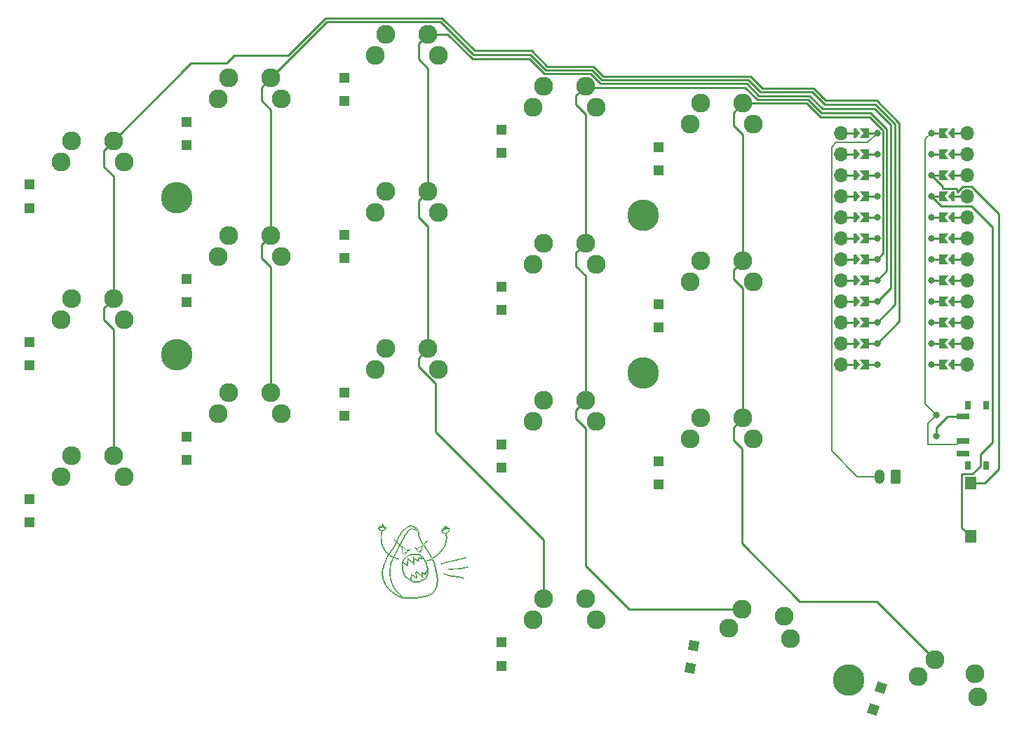
<source format=gbr>
%TF.GenerationSoftware,KiCad,Pcbnew,8.0.3*%
%TF.CreationDate,2024-07-17T09:05:20+02:00*%
%TF.ProjectId,avocado,61766f63-6164-46f2-9e6b-696361645f70,rev?*%
%TF.SameCoordinates,Original*%
%TF.FileFunction,Copper,L2,Bot*%
%TF.FilePolarity,Positive*%
%FSLAX46Y46*%
G04 Gerber Fmt 4.6, Leading zero omitted, Abs format (unit mm)*
G04 Created by KiCad (PCBNEW 8.0.3) date 2024-07-17 09:05:20*
%MOMM*%
%LPD*%
G01*
G04 APERTURE LIST*
G04 Aperture macros list*
%AMRoundRect*
0 Rectangle with rounded corners*
0 $1 Rounding radius*
0 $2 $3 $4 $5 $6 $7 $8 $9 X,Y pos of 4 corners*
0 Add a 4 corners polygon primitive as box body*
4,1,4,$2,$3,$4,$5,$6,$7,$8,$9,$2,$3,0*
0 Add four circle primitives for the rounded corners*
1,1,$1+$1,$2,$3*
1,1,$1+$1,$4,$5*
1,1,$1+$1,$6,$7*
1,1,$1+$1,$8,$9*
0 Add four rect primitives between the rounded corners*
20,1,$1+$1,$2,$3,$4,$5,0*
20,1,$1+$1,$4,$5,$6,$7,0*
20,1,$1+$1,$6,$7,$8,$9,0*
20,1,$1+$1,$8,$9,$2,$3,0*%
%AMRotRect*
0 Rectangle, with rotation*
0 The origin of the aperture is its center*
0 $1 length*
0 $2 width*
0 $3 Rotation angle, in degrees counterclockwise*
0 Add horizontal line*
21,1,$1,$2,0,0,$3*%
%AMFreePoly0*
4,1,6,0.250000,0.000000,-0.250000,-0.625000,-0.500000,-0.625000,-0.500000,0.625000,-0.250000,0.625000,0.250000,0.000000,0.250000,0.000000,$1*%
%AMFreePoly1*
4,1,6,0.500000,-0.625000,-0.650000,-0.625000,-0.150000,0.000000,-0.650000,0.625000,0.500000,0.625000,0.500000,-0.625000,0.500000,-0.625000,$1*%
G04 Aperture macros list end*
%TA.AperFunction,NonConductor*%
%ADD10C,0.100000*%
%TD*%
%TA.AperFunction,ComponentPad*%
%ADD11R,1.200000X1.200000*%
%TD*%
%TA.AperFunction,ComponentPad*%
%ADD12RotRect,1.200000X1.200000X80.500000*%
%TD*%
%TA.AperFunction,ComponentPad*%
%ADD13RotRect,1.200000X1.200000X71.000000*%
%TD*%
%TA.AperFunction,ComponentPad*%
%ADD14C,2.286000*%
%TD*%
%TA.AperFunction,ComponentPad*%
%ADD15O,1.700000X1.700000*%
%TD*%
%TA.AperFunction,ComponentPad*%
%ADD16C,0.800000*%
%TD*%
%TA.AperFunction,SMDPad,CuDef*%
%ADD17FreePoly0,0.000000*%
%TD*%
%TA.AperFunction,SMDPad,CuDef*%
%ADD18FreePoly1,0.000000*%
%TD*%
%TA.AperFunction,SMDPad,CuDef*%
%ADD19FreePoly0,180.000000*%
%TD*%
%TA.AperFunction,SMDPad,CuDef*%
%ADD20FreePoly1,180.000000*%
%TD*%
%TA.AperFunction,ComponentPad*%
%ADD21RoundRect,0.250000X0.350000X0.625000X-0.350000X0.625000X-0.350000X-0.625000X0.350000X-0.625000X0*%
%TD*%
%TA.AperFunction,ComponentPad*%
%ADD22O,1.200000X1.750000*%
%TD*%
%TA.AperFunction,SMDPad,CuDef*%
%ADD23R,1.500000X0.700000*%
%TD*%
%TA.AperFunction,SMDPad,CuDef*%
%ADD24R,0.800000X1.000000*%
%TD*%
%TA.AperFunction,ComponentPad*%
%ADD25R,1.400000X1.500000*%
%TD*%
%TA.AperFunction,ComponentPad*%
%ADD26C,3.800000*%
%TD*%
%TA.AperFunction,ViaPad*%
%ADD27C,0.800000*%
%TD*%
%TA.AperFunction,Conductor*%
%ADD28C,0.250000*%
%TD*%
%TA.AperFunction,Conductor*%
%ADD29C,0.200000*%
%TD*%
G04 APERTURE END LIST*
D10*
X62160000Y-79707228D02*
X62160000Y-79807251D01*
X62150959Y-79906165D01*
X62242330Y-79884133D01*
X62335674Y-79907256D01*
X62342135Y-79999644D01*
X62441419Y-79990491D01*
X62520532Y-80044099D01*
X62490292Y-80129707D01*
X62437312Y-80214301D01*
X62382120Y-80297457D01*
X62300050Y-80354127D01*
X62209237Y-80395720D01*
X62111384Y-80414528D01*
X62057737Y-80488600D01*
X62034836Y-80586002D01*
X62011158Y-80683173D01*
X61992264Y-80781362D01*
X61979216Y-80880452D01*
X61971164Y-80980115D01*
X61966674Y-81079966D01*
X61966156Y-81180040D01*
X61967465Y-81279977D01*
X61970167Y-81379891D01*
X61974354Y-81479799D01*
X61980744Y-81579592D01*
X61992256Y-81678970D01*
X62006796Y-81777888D01*
X62025876Y-81875933D01*
X62049496Y-81973091D01*
X62077590Y-82069061D01*
X62110117Y-82163687D01*
X62148054Y-82256108D01*
X62192818Y-82345635D01*
X62237531Y-82435061D01*
X62282210Y-82524420D01*
X62326960Y-82613919D01*
X62371669Y-82703338D01*
X62422713Y-82789223D01*
X62479516Y-82871492D01*
X62541422Y-82950205D01*
X62608026Y-83024647D01*
X62679008Y-83095045D01*
X62753279Y-83161951D01*
X62827638Y-83228874D01*
X62888449Y-83172172D01*
X62948291Y-83092057D01*
X63007212Y-83011253D01*
X63065138Y-82929738D01*
X63122061Y-82847520D01*
X63177976Y-82764609D01*
X63232876Y-82681014D01*
X63288908Y-82598268D01*
X63345300Y-82515560D01*
X63400830Y-82432549D01*
X63450651Y-82345775D01*
X63498168Y-82257686D01*
X63544209Y-82169049D01*
X63589096Y-82079751D01*
X63632740Y-81989741D01*
X63674619Y-81898975D01*
X63714554Y-81807253D01*
X63715321Y-81721795D01*
X63648182Y-81647959D01*
X63580668Y-81574207D01*
X63541818Y-81486991D01*
X63616857Y-81535358D01*
X63680109Y-81612770D01*
X63754117Y-81679704D01*
X63806751Y-81606497D01*
X63851442Y-81517116D01*
X63896238Y-81427524D01*
X63940950Y-81338099D01*
X63988663Y-81250407D01*
X64037233Y-81162980D01*
X64085155Y-81075040D01*
X64133512Y-80987709D01*
X64183195Y-80900868D01*
X64234415Y-80814953D01*
X64287549Y-80730294D01*
X64343133Y-80647109D01*
X64401544Y-80565815D01*
X64462764Y-80486959D01*
X64526933Y-80410144D01*
X64594017Y-80336072D01*
X64666154Y-80266854D01*
X64740036Y-80199519D01*
X64815578Y-80133883D01*
X64892714Y-80070139D01*
X64971579Y-80008948D01*
X65055931Y-79954988D01*
X65143083Y-79905926D01*
X65232771Y-79861957D01*
X65325970Y-79826679D01*
X65424458Y-79811013D01*
X65524494Y-79810003D01*
X65624497Y-79812484D01*
X65723709Y-79823637D01*
X65816770Y-79858944D01*
X65904995Y-79905997D01*
X65992683Y-79953868D01*
X66078198Y-80005844D01*
X66161531Y-80060968D01*
X66242464Y-80119721D01*
X66316407Y-80186897D01*
X66369376Y-80271358D01*
X66411107Y-80362238D01*
X66442354Y-80457044D01*
X66465390Y-80554425D01*
X66486751Y-80652049D01*
X66506692Y-80750050D01*
X66524996Y-80848411D01*
X66541340Y-80947011D01*
X66562099Y-81044788D01*
X66586587Y-81141808D01*
X66614711Y-81237713D01*
X66646476Y-81332525D01*
X66681853Y-81426140D01*
X66720708Y-81518210D01*
X66763043Y-81608760D01*
X66808817Y-81697688D01*
X66857921Y-81784780D01*
X66910300Y-81869944D01*
X66967214Y-81952132D01*
X67026273Y-82032547D01*
X67088955Y-82011045D01*
X67157311Y-81938025D01*
X67223702Y-81863335D01*
X67289770Y-81788275D01*
X67353857Y-81711372D01*
X67417896Y-81634524D01*
X67489517Y-81589084D01*
X67451008Y-81680033D01*
X67391817Y-81760638D01*
X67330888Y-81839846D01*
X67268862Y-81918324D01*
X67205867Y-81995856D01*
X67139527Y-82070473D01*
X67108829Y-82143325D01*
X67169275Y-82223041D01*
X67225915Y-82305474D01*
X67278656Y-82390489D01*
X67332956Y-82474434D01*
X67388374Y-82557562D01*
X67443804Y-82640922D01*
X67499803Y-82723627D01*
X67557476Y-82805394D01*
X67616705Y-82886045D01*
X67672628Y-82968671D01*
X67725033Y-83053704D01*
X67780181Y-83137157D01*
X67833193Y-83221748D01*
X67881812Y-83309261D01*
X67928756Y-83397513D01*
X67973521Y-83487042D01*
X68022492Y-83574153D01*
X68073885Y-83659808D01*
X68135586Y-83704648D01*
X68220310Y-83651621D01*
X68303817Y-83596589D01*
X68386088Y-83539632D01*
X68464387Y-83477686D01*
X68542112Y-83414534D01*
X68624312Y-83358068D01*
X68703161Y-83296606D01*
X68774779Y-83226792D01*
X68841155Y-83152149D01*
X68909098Y-83078670D01*
X68978211Y-83006416D01*
X69047301Y-82934185D01*
X69117062Y-82862613D01*
X69186186Y-82790260D01*
X69252175Y-82715153D01*
X69313424Y-82636029D01*
X69369969Y-82553600D01*
X69423994Y-82469501D01*
X69474786Y-82383298D01*
X69521721Y-82295056D01*
X69564898Y-82204944D01*
X69604313Y-82112956D01*
X69639802Y-82019462D01*
X69671323Y-81924587D01*
X69698835Y-81828459D01*
X69722269Y-81731336D01*
X69741623Y-81633217D01*
X69756857Y-81534226D01*
X69767893Y-81434899D01*
X69772041Y-81335145D01*
X69771665Y-81235047D01*
X69767738Y-81135056D01*
X69760277Y-81035397D01*
X69749286Y-80936033D01*
X69734535Y-80837209D01*
X69718854Y-80738470D01*
X69621109Y-80739611D01*
X69521342Y-80733326D01*
X69422518Y-80717678D01*
X69335273Y-80672219D01*
X69278586Y-80592550D01*
X69269767Y-80493880D01*
X69215227Y-80424089D01*
X69220635Y-80324855D01*
X69296212Y-80269907D01*
X69346450Y-80195949D01*
X69397316Y-80111753D01*
X69472912Y-80148727D01*
X69529650Y-80210117D01*
X69565634Y-80121730D01*
X69576566Y-80022302D01*
X69594371Y-79923986D01*
X69639325Y-79836372D01*
X69733786Y-79830578D01*
X69787576Y-79912117D01*
X69808517Y-80009889D01*
X69833542Y-80076458D01*
X69913893Y-80020950D01*
X69995263Y-80060751D01*
X70052097Y-80103951D01*
X70147987Y-80082078D01*
X70198478Y-80156346D01*
X70166172Y-80250202D01*
X70158397Y-80349617D01*
X70141954Y-80448275D01*
X70085217Y-80528352D01*
X70007266Y-80590839D01*
X69921993Y-80643280D01*
X69833209Y-80689162D01*
X69792457Y-80770502D01*
X69811662Y-80868511D01*
X69827766Y-80967254D01*
X69840868Y-81066309D01*
X69851678Y-81165761D01*
X69859114Y-81265492D01*
X69856605Y-81365379D01*
X69845913Y-81464915D01*
X69832339Y-81563925D01*
X69816766Y-81662627D01*
X69799088Y-81761188D01*
X69777208Y-81858608D01*
X69746235Y-81953605D01*
X69714573Y-82048609D01*
X69681228Y-82142905D01*
X69643800Y-82235502D01*
X69600009Y-82325436D01*
X69552057Y-82413120D01*
X69502369Y-82499999D01*
X69450386Y-82585462D01*
X69395960Y-82669189D01*
X69337911Y-82750787D01*
X69275587Y-82828952D01*
X69208483Y-82902996D01*
X69137018Y-82972965D01*
X69065174Y-83042327D01*
X69000800Y-83118679D01*
X68935903Y-83194710D01*
X68869394Y-83269484D01*
X68799825Y-83341221D01*
X68724449Y-83406728D01*
X68643164Y-83464937D01*
X68561977Y-83523572D01*
X68480989Y-83582064D01*
X68399590Y-83640293D01*
X68317818Y-83697604D01*
X68232788Y-83750241D01*
X68148779Y-83804453D01*
X68183951Y-83886909D01*
X68230463Y-83975313D01*
X68261734Y-84070140D01*
X68293032Y-84164701D01*
X68331847Y-84256886D01*
X68371552Y-84348516D01*
X68408060Y-84441690D01*
X68429683Y-84539062D01*
X68453598Y-84635810D01*
X68480091Y-84732150D01*
X68506623Y-84828630D01*
X68533161Y-84925129D01*
X68555294Y-85022644D01*
X68575870Y-85120382D01*
X68590571Y-85219283D01*
X68608443Y-85317386D01*
X68635117Y-85413839D01*
X68657361Y-85511325D01*
X68675147Y-85609688D01*
X68688448Y-85708778D01*
X68697239Y-85808442D01*
X68707921Y-85907528D01*
X68724392Y-86006355D01*
X68747145Y-86103495D01*
X68759211Y-86202617D01*
X68759974Y-86302635D01*
X68758082Y-86402488D01*
X68753479Y-86502507D01*
X68746111Y-86602159D01*
X68734770Y-86701473D01*
X68715783Y-86799519D01*
X68701637Y-86898543D01*
X68693252Y-86998114D01*
X68677149Y-87096730D01*
X68650372Y-87193196D01*
X68614241Y-87286287D01*
X68571391Y-87376662D01*
X68524374Y-87464897D01*
X68474823Y-87551757D01*
X68426739Y-87639340D01*
X68375061Y-87724989D01*
X68316188Y-87805676D01*
X68250587Y-87881177D01*
X68182926Y-87954990D01*
X68112607Y-88025457D01*
X68025791Y-88075330D01*
X67937650Y-88122421D01*
X67849215Y-88169239D01*
X67763554Y-88220504D01*
X67673224Y-88262854D01*
X67577910Y-88293358D01*
X67481658Y-88320095D01*
X67386508Y-88350433D01*
X67292785Y-88384729D01*
X67193944Y-88398797D01*
X67094702Y-88411373D01*
X66996264Y-88428434D01*
X66899160Y-88452710D01*
X66800564Y-88466919D01*
X66703728Y-88491176D01*
X66605287Y-88509634D01*
X66507400Y-88529190D01*
X66408849Y-88546842D01*
X66309738Y-88559618D01*
X66210125Y-88567525D01*
X66110066Y-88570546D01*
X66010398Y-88574625D01*
X65910920Y-88585053D01*
X65811314Y-88593796D01*
X65711601Y-88600854D01*
X65611653Y-88606234D01*
X65511790Y-88609918D01*
X65411884Y-88611916D01*
X65311807Y-88612226D01*
X65211730Y-88610845D01*
X65111823Y-88607777D01*
X65011960Y-88603021D01*
X64912160Y-88596577D01*
X64812581Y-88587406D01*
X64713868Y-88571990D01*
X64615364Y-88554594D01*
X64517500Y-88534029D01*
X64420564Y-88509406D01*
X64324708Y-88480748D01*
X64229957Y-88448893D01*
X64136041Y-88414735D01*
X64045143Y-88373280D01*
X63956200Y-88327223D01*
X63868670Y-88279121D01*
X63781871Y-88229428D01*
X63695868Y-88178488D01*
X63610522Y-88126278D01*
X63526023Y-88072780D01*
X63442506Y-88017677D01*
X63360645Y-87960469D01*
X63283126Y-87897214D01*
X63207482Y-87831870D01*
X63132915Y-87765290D01*
X63059065Y-87697610D01*
X62986237Y-87629230D01*
X62914210Y-87559834D01*
X62843318Y-87489365D01*
X62773924Y-87417247D01*
X62707675Y-87342421D01*
X62648153Y-87262308D01*
X62587787Y-87182456D01*
X62529910Y-87100834D01*
X62474646Y-87017634D01*
X62421858Y-86932653D01*
X62371751Y-86846216D01*
X62324203Y-86758109D01*
X62282234Y-86667387D01*
X62240703Y-86576538D01*
X62199089Y-86485508D01*
X62158562Y-86394247D01*
X62134287Y-86297146D01*
X62110022Y-86200087D01*
X62090408Y-86102042D01*
X62075276Y-86003433D01*
X62063246Y-85904173D01*
X62048555Y-85805103D01*
X62031291Y-85706787D01*
X62030000Y-85606782D01*
X62030000Y-85506826D01*
X62035411Y-85406991D01*
X62045334Y-85307645D01*
X62059563Y-85208670D01*
X62081316Y-85110953D01*
X62109084Y-85014945D01*
X62138213Y-84919291D01*
X62166944Y-84823520D01*
X62195690Y-84727702D01*
X62221197Y-84631166D01*
X62246493Y-84534301D01*
X62278086Y-84439583D01*
X62317282Y-84347501D01*
X62360132Y-84257203D01*
X62400779Y-84165748D01*
X62436420Y-84072833D01*
X62461523Y-83976059D01*
X62490153Y-83880077D01*
X62525141Y-83786510D01*
X62571895Y-83698275D01*
X62619303Y-83610285D01*
X62668607Y-83523080D01*
X62719559Y-83437099D01*
X62772257Y-83352161D01*
X62765000Y-83275000D01*
X62691609Y-83207131D01*
X62617458Y-83139995D01*
X62546513Y-83069706D01*
X62479333Y-82995454D01*
X62416923Y-82917374D01*
X62359348Y-82835619D01*
X62309589Y-82749178D01*
X62264860Y-82659720D01*
X62220136Y-82570273D01*
X62175390Y-82480780D01*
X62130661Y-82391322D01*
X62089668Y-82300292D01*
X62056775Y-82205912D01*
X62023786Y-82111566D01*
X61990634Y-82017058D01*
X61958497Y-81922484D01*
X61939191Y-81824338D01*
X61925047Y-81725328D01*
X61915531Y-81625970D01*
X61909771Y-81526029D01*
X61905492Y-81426237D01*
X61902678Y-81326193D01*
X61901339Y-81226330D01*
X61901472Y-81126249D01*
X61903080Y-81026172D01*
X61906155Y-80926325D01*
X61911470Y-80826469D01*
X61926653Y-80727587D01*
X61946419Y-80629524D01*
X61970294Y-80532572D01*
X61996555Y-80436112D01*
X61921737Y-80401832D01*
X61826041Y-80373292D01*
X61732186Y-80338787D01*
X61646224Y-80289443D01*
X61624693Y-80194079D01*
X61584541Y-80103420D01*
X61607420Y-80010918D01*
X61701197Y-79996960D01*
X61680319Y-80039936D01*
X61638610Y-80104438D01*
X61708709Y-80067807D01*
X61743524Y-79982226D01*
X61770849Y-79889151D01*
X61854549Y-79850000D01*
X61908879Y-79922268D01*
X61967123Y-79940719D01*
X61986768Y-79847889D01*
X62038898Y-79847889D01*
X62049830Y-79936546D01*
X62106119Y-79891045D01*
X62115935Y-79715199D01*
X62075765Y-79755017D01*
X62038898Y-79847889D01*
X61986768Y-79847889D01*
X61987489Y-79844482D01*
X62022984Y-79751183D01*
X62079941Y-79670044D01*
X62116368Y-79707442D01*
X62120080Y-79640956D01*
X62160000Y-79707228D01*
X69739813Y-79936631D02*
X69757972Y-80034757D01*
X69755407Y-80131312D01*
X69658382Y-80153952D01*
X69610877Y-80109521D01*
X69625232Y-80010532D01*
X69648458Y-79913369D01*
X69739813Y-79936631D01*
X65572601Y-79895461D02*
X65842123Y-79964262D01*
X65932618Y-80006622D01*
X66017141Y-80059749D01*
X66097628Y-80119184D01*
X66176002Y-80181040D01*
X66244946Y-80253385D01*
X66249462Y-80298862D01*
X66163497Y-80247712D01*
X66074602Y-80202314D01*
X65979373Y-80171936D01*
X65880979Y-80154265D01*
X65781333Y-80150000D01*
X65681282Y-80150000D01*
X65582319Y-80159023D01*
X65487374Y-80189944D01*
X65398362Y-80235398D01*
X65317255Y-80293859D01*
X65242257Y-80359820D01*
X65170527Y-80429473D01*
X65103272Y-80503604D01*
X65039143Y-80580392D01*
X64980168Y-80661047D01*
X64924063Y-80743909D01*
X64870879Y-80828594D01*
X64817658Y-80913143D01*
X64761943Y-80996066D01*
X64712543Y-81083070D01*
X64667586Y-81172453D01*
X64620967Y-81260864D01*
X64573331Y-81348684D01*
X64518709Y-81432334D01*
X64462964Y-81514635D01*
X64418841Y-81604283D01*
X64377408Y-81695184D01*
X64332686Y-81784627D01*
X64287294Y-81873707D01*
X64231050Y-81956319D01*
X64180059Y-82042391D01*
X64119497Y-82039497D01*
X64048742Y-81968742D01*
X63978046Y-81898046D01*
X63907241Y-81827241D01*
X63836610Y-81756610D01*
X63854217Y-81671565D01*
X63898989Y-81582023D01*
X63940708Y-81491310D01*
X63984573Y-81401335D01*
X64030477Y-81312557D01*
X64078462Y-81224884D01*
X64128580Y-81138232D01*
X64180603Y-81052840D01*
X64233511Y-80968023D01*
X64287018Y-80883585D01*
X64341122Y-80799529D01*
X64395903Y-80715736D01*
X64451196Y-80632456D01*
X64507671Y-80549957D01*
X64572409Y-80473789D01*
X64641049Y-80401141D01*
X64712030Y-80330492D01*
X64784502Y-80261568D01*
X64858202Y-80194172D01*
X64933277Y-80128109D01*
X65010424Y-80064487D01*
X65095172Y-80011637D01*
X65183402Y-79964594D01*
X65276329Y-79928594D01*
X65373734Y-79906237D01*
X65472726Y-79893195D01*
X65572601Y-79895461D01*
X62138208Y-80015754D02*
X62285389Y-80045480D01*
X62284552Y-80062988D01*
X62364254Y-80122434D01*
X62368866Y-80214551D01*
X62294168Y-80279941D01*
X62206675Y-80328622D01*
X62110355Y-80349756D01*
X62010364Y-80347894D01*
X61912032Y-80330642D01*
X61817164Y-80298817D01*
X61726074Y-80257810D01*
X61703223Y-80177377D01*
X61763207Y-80097840D01*
X61842537Y-80037704D01*
X61939054Y-80012944D01*
X62038717Y-80006299D01*
X62138208Y-80015754D01*
X62467617Y-80082285D02*
X62386484Y-80068127D01*
X62323314Y-80053140D01*
X62467617Y-80082285D01*
X62323314Y-80053140D02*
X62285389Y-80045480D01*
X62285452Y-80044157D01*
X62323314Y-80053140D01*
X62252037Y-79987716D02*
X62207119Y-79946525D01*
X62289912Y-79950964D01*
X62287834Y-79994387D01*
X62303341Y-79997278D01*
X62287524Y-80000855D01*
X62285452Y-80044157D01*
X61870469Y-79945703D01*
X61802749Y-79988625D01*
X61819628Y-79907127D01*
X62252037Y-79987716D01*
X70103439Y-80181706D02*
X69914941Y-80140000D01*
X69872787Y-80113832D01*
X69950586Y-80085878D01*
X70103439Y-80181706D01*
X65773036Y-80208448D02*
X66030207Y-80273330D01*
X66117861Y-80321370D01*
X66195586Y-80383997D01*
X66265135Y-80455821D01*
X66320863Y-80538397D01*
X66354325Y-80632512D01*
X66380188Y-80729100D01*
X66403591Y-80826324D01*
X66426034Y-80923812D01*
X66448037Y-81021258D01*
X66470990Y-81118593D01*
X66499634Y-81214312D01*
X66532847Y-81308733D01*
X66570006Y-81401460D01*
X66611389Y-81492527D01*
X66656138Y-81582033D01*
X66702961Y-81670461D01*
X66751825Y-81757553D01*
X66802875Y-81843569D01*
X66856004Y-81928321D01*
X66911192Y-82011771D01*
X66968314Y-82093742D01*
X66921816Y-82164790D01*
X66846774Y-82231004D01*
X66769440Y-82294441D01*
X66689892Y-82355041D01*
X66608209Y-82412746D01*
X66524613Y-82467406D01*
X66438895Y-82519152D01*
X66345942Y-82554520D01*
X66246194Y-82559983D01*
X66150899Y-82536421D01*
X66089997Y-82466808D01*
X66026001Y-82471021D01*
X66066969Y-82557323D01*
X66152182Y-82608740D01*
X66248595Y-82634649D01*
X66270000Y-82717860D01*
X66278872Y-82817595D01*
X66316037Y-82909332D01*
X66380418Y-82985142D01*
X66477239Y-83004999D01*
X66575096Y-82987948D01*
X66657231Y-82931265D01*
X66733171Y-82866219D01*
X66786830Y-82783113D01*
X66814754Y-82687255D01*
X66829280Y-82588230D01*
X66838304Y-82488660D01*
X66799766Y-82399531D01*
X66852567Y-82333190D01*
X66930229Y-82270231D01*
X67005080Y-82203932D01*
X67078185Y-82243089D01*
X67140134Y-82321607D01*
X67197055Y-82403792D01*
X67250043Y-82488732D01*
X67304472Y-82572476D01*
X67361538Y-82654697D01*
X67420948Y-82734973D01*
X67482571Y-82813857D01*
X67538034Y-82897051D01*
X67594524Y-82979528D01*
X67650054Y-83062668D01*
X67703478Y-83147117D01*
X67754833Y-83232938D01*
X67804034Y-83319989D01*
X67851059Y-83408232D01*
X67895884Y-83497624D01*
X67938490Y-83588125D01*
X67978852Y-83679695D01*
X68016862Y-83772073D01*
X67936460Y-83817231D01*
X67847423Y-83862828D01*
X67755912Y-83903041D01*
X67660592Y-83932822D01*
X67564640Y-83961191D01*
X67467386Y-83983605D01*
X67446848Y-84044679D01*
X67545851Y-84042536D01*
X67644027Y-84022996D01*
X67740181Y-83995572D01*
X67833632Y-83960496D01*
X67924343Y-83918139D01*
X68016279Y-83878738D01*
X68094784Y-83899006D01*
X68144790Y-83985392D01*
X68181426Y-84078358D01*
X68211718Y-84173690D01*
X68244561Y-84268114D01*
X68277429Y-84362608D01*
X68318708Y-84453642D01*
X68341247Y-84550419D01*
X68360575Y-84648462D01*
X68387837Y-84744600D01*
X68417518Y-84840148D01*
X68447669Y-84935470D01*
X68472799Y-85032213D01*
X68488856Y-85130942D01*
X68504165Y-85229714D01*
X68519776Y-85328580D01*
X68545858Y-85424989D01*
X68567910Y-85522574D01*
X68585655Y-85621002D01*
X68599054Y-85720001D01*
X68608108Y-85819556D01*
X68620324Y-85918829D01*
X68635147Y-86017644D01*
X68653169Y-86116010D01*
X68667197Y-86215039D01*
X68670150Y-86314946D01*
X68669143Y-86414940D01*
X68664645Y-86514777D01*
X68656649Y-86614518D01*
X68645170Y-86713920D01*
X68630240Y-86812740D01*
X68611854Y-86911038D01*
X68602882Y-87010411D01*
X68581140Y-87107881D01*
X68548460Y-87202528D01*
X68507966Y-87293843D01*
X68464196Y-87383793D01*
X68416920Y-87471811D01*
X68365669Y-87557675D01*
X68310606Y-87641104D01*
X68251713Y-87722107D01*
X68189388Y-87800146D01*
X68123521Y-87875377D01*
X68055006Y-87948065D01*
X67968145Y-87997045D01*
X67878837Y-88042191D01*
X67790410Y-88088731D01*
X67704919Y-88140260D01*
X67613468Y-88178710D01*
X67516467Y-88201976D01*
X67422424Y-88235563D01*
X67328770Y-88270779D01*
X67231550Y-88293224D01*
X67132487Y-88307034D01*
X67034301Y-88325444D01*
X66935855Y-88343902D01*
X66837628Y-88362062D01*
X66738949Y-88378508D01*
X66640679Y-88396516D01*
X66543032Y-88418215D01*
X66444975Y-88437504D01*
X66345948Y-88451503D01*
X66246280Y-88457733D01*
X66146445Y-88463972D01*
X66046625Y-88470001D01*
X65946508Y-88470906D01*
X65846693Y-88474009D01*
X65746883Y-88480811D01*
X65648450Y-88497734D01*
X65549078Y-88507914D01*
X65449091Y-88509758D01*
X65349083Y-88509996D01*
X65249229Y-88508758D01*
X65149208Y-88506603D01*
X65049196Y-88503936D01*
X64949226Y-88499812D01*
X64849646Y-88491812D01*
X64751261Y-88473844D01*
X64657692Y-88439016D01*
X64568569Y-88393784D01*
X64482823Y-88342393D01*
X64404094Y-88280882D01*
X64331824Y-88211824D01*
X64261070Y-88141070D01*
X64190424Y-88070424D01*
X64119660Y-87999660D01*
X64047982Y-87929969D01*
X63977175Y-87859294D01*
X63908879Y-87786379D01*
X63843617Y-87710469D01*
X63783510Y-87630680D01*
X63719606Y-87554007D01*
X63652286Y-87480035D01*
X63590777Y-87401374D01*
X63534547Y-87318613D01*
X63482114Y-87233431D01*
X63432938Y-87146380D01*
X63386897Y-87057614D01*
X63344816Y-86966999D01*
X63307506Y-86874180D01*
X63269747Y-86781544D01*
X63231578Y-86689188D01*
X63192961Y-86597017D01*
X63169524Y-86499935D01*
X63144692Y-86402912D01*
X63109824Y-86309386D01*
X63084736Y-86212508D01*
X63071261Y-86113443D01*
X63063257Y-86013811D01*
X63054936Y-85914155D01*
X63045242Y-85814683D01*
X63031680Y-85715581D01*
X63010168Y-85617978D01*
X63004137Y-85518526D01*
X63010042Y-85418677D01*
X63014085Y-85318749D01*
X63019834Y-85218919D01*
X63027288Y-85119210D01*
X63036460Y-85019496D01*
X63047321Y-84920092D01*
X63059882Y-84820875D01*
X63068583Y-84721291D01*
X63077240Y-84621739D01*
X63096019Y-84523813D01*
X63121270Y-84427012D01*
X63148963Y-84330915D01*
X63179642Y-84235741D01*
X63213970Y-84141742D01*
X63252565Y-84049605D01*
X63296290Y-83959631D01*
X63345728Y-83872750D01*
X63398051Y-83787508D01*
X63440819Y-83697542D01*
X63517192Y-83692397D01*
X63608055Y-83732793D01*
X63699123Y-83773790D01*
X63794263Y-83804754D01*
X63889155Y-83836385D01*
X63984054Y-83867784D01*
X64076613Y-83863378D01*
X64017109Y-83811672D01*
X63920954Y-83784112D01*
X63826131Y-83752090D01*
X63733077Y-83715763D01*
X63641663Y-83675083D01*
X63552313Y-83630233D01*
X63489581Y-83575629D01*
X63538016Y-83488648D01*
X63578614Y-83397288D01*
X63620179Y-83306228D01*
X63662538Y-83215839D01*
X63705917Y-83125643D01*
X63750198Y-83035890D01*
X63795318Y-82946705D01*
X63841332Y-82857976D01*
X63888299Y-82769591D01*
X63936092Y-82681792D01*
X63984768Y-82594469D01*
X64029943Y-82505349D01*
X64072492Y-82414880D01*
X64117112Y-82325434D01*
X64164503Y-82237355D01*
X64232554Y-82234043D01*
X64310239Y-82297084D01*
X64387798Y-82360041D01*
X64467329Y-82420686D01*
X64500965Y-82488553D01*
X64471296Y-82583503D01*
X64455222Y-82682149D01*
X64450544Y-82781981D01*
X64463741Y-82880934D01*
X64490117Y-82977309D01*
X64528570Y-83069748D01*
X64583065Y-83153116D01*
X64664767Y-83209614D01*
X64762763Y-83221908D01*
X64861664Y-83209061D01*
X64947825Y-83159870D01*
X65013316Y-83084952D01*
X65045452Y-82991030D01*
X65050000Y-82891207D01*
X65068655Y-82813109D01*
X65167170Y-82830221D01*
X65266810Y-82833695D01*
X65359040Y-82800593D01*
X65399883Y-82710410D01*
X65368656Y-82654737D01*
X65325121Y-82744240D01*
X65231317Y-82764285D01*
X65131645Y-82756202D01*
X65034914Y-82731453D01*
X64943649Y-82690698D01*
X64860334Y-82635698D01*
X64779379Y-82576821D01*
X64698377Y-82518480D01*
X64619727Y-82456504D01*
X64541577Y-82394209D01*
X64462883Y-82332530D01*
X64384234Y-82270886D01*
X64305544Y-82209210D01*
X64227572Y-82146612D01*
X64262754Y-82054837D01*
X64309869Y-81966495D01*
X64360868Y-81880846D01*
X64413110Y-81795630D01*
X64452830Y-81704341D01*
X64497608Y-81614784D01*
X64542327Y-81525347D01*
X64594590Y-81440586D01*
X64645580Y-81354946D01*
X64690508Y-81265820D01*
X64738526Y-81178236D01*
X64788519Y-81091417D01*
X64841221Y-81006467D01*
X64896689Y-80923274D01*
X64951894Y-80839880D01*
X65005566Y-80755538D01*
X65059196Y-80671263D01*
X65112904Y-80586865D01*
X65175313Y-80509106D01*
X65245256Y-80437643D01*
X65319429Y-80370484D01*
X65398131Y-80308795D01*
X65482068Y-80254839D01*
X65574261Y-80216944D01*
X65673205Y-80203998D01*
X65773036Y-80208448D01*
X70027306Y-80205781D02*
X70102360Y-80265472D01*
X70109737Y-80364870D01*
X70078864Y-80457845D01*
X70005577Y-80525643D01*
X69919953Y-80577301D01*
X69833818Y-80628198D01*
X69762627Y-80627882D01*
X69702399Y-80674825D01*
X69604152Y-80687886D01*
X69504896Y-80677165D01*
X69407155Y-80657033D01*
X69332975Y-80594141D01*
X69325477Y-80498081D01*
X69376868Y-80412378D01*
X69439853Y-80335045D01*
X69467103Y-80314906D01*
X69352424Y-80370122D01*
X69290178Y-80448125D01*
X69263503Y-80377944D01*
X69484072Y-80302365D01*
X69519945Y-80275855D01*
X69609948Y-80232287D01*
X69704429Y-80200639D01*
X69515551Y-80291579D01*
X69733974Y-80216737D01*
X69828836Y-80205832D01*
X69928147Y-80196108D01*
X70027306Y-80205781D01*
X63883459Y-81892079D02*
X63956301Y-81960636D01*
X64029085Y-82029139D01*
X64099821Y-82099821D01*
X64119013Y-82177777D01*
X64071959Y-82266082D01*
X64027288Y-82355423D01*
X63982504Y-82444992D01*
X63942973Y-82536682D01*
X63901669Y-82627805D01*
X63858329Y-82717960D01*
X63812970Y-82807114D01*
X63765609Y-82895232D01*
X63716340Y-82982149D01*
X63673325Y-83072241D01*
X63630163Y-83162520D01*
X63586742Y-83252464D01*
X63543234Y-83342587D01*
X63500549Y-83432993D01*
X63446731Y-83517006D01*
X63368385Y-83555334D01*
X63277312Y-83514078D01*
X63187962Y-83469233D01*
X63100418Y-83420919D01*
X63014903Y-83369414D01*
X62932707Y-83312229D01*
X62932439Y-83239025D01*
X62987315Y-83155555D01*
X63045183Y-83073859D01*
X63102903Y-82992372D01*
X63160330Y-82910376D01*
X63216917Y-82827921D01*
X63273443Y-82745554D01*
X63330044Y-82663079D01*
X63386645Y-82580602D01*
X63443161Y-82498252D01*
X63498454Y-82414938D01*
X63546706Y-82327275D01*
X63593708Y-82238947D01*
X63639375Y-82150120D01*
X63683857Y-82060506D01*
X63727068Y-81970268D01*
X63768931Y-81879574D01*
X63883459Y-81892079D01*
X66681085Y-82812558D02*
X66606241Y-82878277D01*
X66580000Y-82791236D01*
X66681085Y-82812558D01*
X64931775Y-83026707D02*
X64858135Y-83094210D01*
X64786498Y-83089030D01*
X64810430Y-82992828D01*
X64931775Y-83026707D01*
X63034774Y-83456164D02*
X63121718Y-83505806D01*
X63210196Y-83552128D01*
X63300529Y-83595298D01*
X63380964Y-83642801D01*
X63345898Y-83736254D01*
X63292766Y-83820851D01*
X63242617Y-83907289D01*
X63198214Y-83996793D01*
X63161149Y-84089613D01*
X63127418Y-84183762D01*
X63096236Y-84278787D01*
X63067523Y-84374604D01*
X63041669Y-84471126D01*
X63027250Y-84569664D01*
X63020804Y-84669567D01*
X63013153Y-84769219D01*
X63004291Y-84868767D01*
X62994200Y-84968359D01*
X62982914Y-85067667D01*
X62970418Y-85166839D01*
X62958892Y-85266184D01*
X62950437Y-85365815D01*
X62945291Y-85465708D01*
X62944222Y-85565652D01*
X62951183Y-85665398D01*
X62969365Y-85763697D01*
X62984112Y-85862662D01*
X62996308Y-85961755D01*
X63005875Y-86061275D01*
X63013379Y-86161074D01*
X63025530Y-86260269D01*
X63057702Y-86354794D01*
X63085881Y-86450583D01*
X63113350Y-86546724D01*
X63136838Y-86643998D01*
X63169086Y-86738597D01*
X63210143Y-86829503D01*
X63254935Y-86918890D01*
X63299259Y-87008510D01*
X63343113Y-87098360D01*
X63386556Y-87188565D01*
X63429408Y-87278746D01*
X63478955Y-87365672D01*
X63532479Y-87449972D01*
X63592481Y-87529975D01*
X63654645Y-87608306D01*
X63717152Y-87686440D01*
X63780026Y-87764116D01*
X63844704Y-87840461D01*
X63910984Y-87915201D01*
X63979088Y-87988585D01*
X64048651Y-88060220D01*
X64119992Y-88130437D01*
X64192730Y-88198859D01*
X64267200Y-88265801D01*
X64343005Y-88330901D01*
X64420300Y-88394302D01*
X64367627Y-88390955D01*
X64270877Y-88365494D01*
X64178783Y-88327257D01*
X64088747Y-88283690D01*
X63999733Y-88238160D01*
X63911664Y-88190625D01*
X63824792Y-88141224D01*
X63739038Y-88089918D01*
X63654327Y-88036656D01*
X63570905Y-87981592D01*
X63488694Y-87924678D01*
X63407728Y-87865933D01*
X63328234Y-87805293D01*
X63249304Y-87743903D01*
X63170278Y-87682438D01*
X63091453Y-87621130D01*
X63018538Y-87552583D01*
X62947933Y-87481729D01*
X62879644Y-87408791D01*
X62813610Y-87333706D01*
X62749886Y-87256525D01*
X62688716Y-87177551D01*
X62629949Y-87096593D01*
X62573728Y-87013834D01*
X62520178Y-86929469D01*
X62469251Y-86843426D01*
X62420989Y-86755766D01*
X62375576Y-86666833D01*
X62332896Y-86576410D01*
X62295903Y-86483361D01*
X62262377Y-86389176D01*
X62232118Y-86294018D01*
X62205066Y-86197685D01*
X62181334Y-86100546D01*
X62160908Y-86002540D01*
X62143866Y-85904044D01*
X62130191Y-85805001D01*
X62119911Y-85705645D01*
X62113012Y-85605766D01*
X62109532Y-85505896D01*
X62109461Y-85405973D01*
X62113702Y-85305954D01*
X62118693Y-85206147D01*
X62142003Y-85109589D01*
X62171821Y-85013991D01*
X62200819Y-84918296D01*
X62229830Y-84822560D01*
X62258820Y-84726895D01*
X62285051Y-84630492D01*
X62314323Y-84534857D01*
X62349890Y-84441375D01*
X62390741Y-84350233D01*
X62433640Y-84259890D01*
X62467516Y-84165788D01*
X62501352Y-84071800D01*
X62532220Y-83976629D01*
X62562194Y-83881200D01*
X62600469Y-83788900D01*
X62646934Y-83700429D01*
X62697354Y-83614028D01*
X62748189Y-83527967D01*
X62799355Y-83441968D01*
X62856716Y-83360145D01*
X63034774Y-83456164D01*
X65873013Y-83247139D02*
X65973063Y-83248633D01*
X66072850Y-83251376D01*
X66172828Y-83255382D01*
X66272753Y-83260644D01*
X66372496Y-83267154D01*
X66472162Y-83274917D01*
X66568098Y-83297594D01*
X66656799Y-83343816D01*
X66742104Y-83396040D01*
X66823100Y-83454524D01*
X66898787Y-83519949D01*
X66968470Y-83591493D01*
X67029545Y-83670675D01*
X67084691Y-83754039D01*
X67136829Y-83839356D01*
X67189014Y-83924751D01*
X67241107Y-84009993D01*
X67293727Y-84094987D01*
X67347973Y-84178924D01*
X67380472Y-84273145D01*
X67405103Y-84369957D01*
X67434057Y-84465728D01*
X67462980Y-84561396D01*
X67491952Y-84657226D01*
X67520805Y-84752817D01*
X67548322Y-84849126D01*
X67575775Y-84945211D01*
X67603262Y-85041418D01*
X67625837Y-85138511D01*
X67634775Y-85238194D01*
X67634943Y-85338056D01*
X67626354Y-85437687D01*
X67609069Y-85536175D01*
X67583216Y-85632781D01*
X67549046Y-85726630D01*
X67509735Y-85818636D01*
X67473024Y-85911595D01*
X67436138Y-86004382D01*
X67390610Y-86093509D01*
X67336231Y-86177385D01*
X67265062Y-86246675D01*
X67181247Y-86301201D01*
X67094877Y-86351656D01*
X67007352Y-86399947D01*
X66918419Y-86445790D01*
X66829057Y-86490471D01*
X66739968Y-86535731D01*
X66645125Y-86567261D01*
X66547775Y-86590468D01*
X66449774Y-86609961D01*
X66351173Y-86626855D01*
X66252063Y-86640098D01*
X66152553Y-86648268D01*
X66052541Y-86649510D01*
X65952893Y-86641672D01*
X65854739Y-86623072D01*
X65759229Y-86593464D01*
X65665549Y-86558331D01*
X65573054Y-86520756D01*
X65485306Y-86472894D01*
X65402689Y-86416477D01*
X65320679Y-86359303D01*
X65238981Y-86301633D01*
X65157950Y-86243138D01*
X65078411Y-86182314D01*
X64998122Y-86122795D01*
X64915860Y-86066203D01*
X64848240Y-85992911D01*
X64785255Y-85915240D01*
X64727390Y-85833578D01*
X64679639Y-85745836D01*
X64646665Y-85651663D01*
X64609541Y-85558852D01*
X64572392Y-85465980D01*
X64535233Y-85373084D01*
X64494277Y-85282153D01*
X64476078Y-85183853D01*
X64461256Y-85085042D01*
X64447334Y-84986021D01*
X64438532Y-84886420D01*
X64435858Y-84786497D01*
X64437947Y-84686470D01*
X64440000Y-84586522D01*
X64440000Y-84486478D01*
X64440931Y-84386587D01*
X64467231Y-84290151D01*
X64500451Y-84195879D01*
X64534038Y-84101620D01*
X64567073Y-84007337D01*
X64604732Y-83914786D01*
X64660203Y-83831827D01*
X64732962Y-83763503D01*
X64805258Y-83694742D01*
X64875138Y-83623185D01*
X64940594Y-83547731D01*
X65022631Y-83491190D01*
X65111251Y-83445249D01*
X65198013Y-83395791D01*
X65288546Y-83353149D01*
X65380848Y-83314590D01*
X65474679Y-83280203D01*
X65569949Y-83250015D01*
X65672987Y-83247923D01*
X65772945Y-83246903D01*
X65873013Y-83247139D01*
X66016953Y-83300138D02*
X66117035Y-83301996D01*
X66216970Y-83305227D01*
X66416301Y-83321329D01*
X66513615Y-83340594D01*
X66603008Y-83385366D01*
X66690293Y-83434104D01*
X66771612Y-83491699D01*
X66782290Y-83582833D01*
X66767604Y-83681829D01*
X66732508Y-83734727D01*
X66646313Y-83684251D01*
X66562286Y-83630106D01*
X66478352Y-83622984D01*
X66442728Y-83716081D01*
X66422255Y-83813890D01*
X66404887Y-83912308D01*
X66389011Y-84009258D01*
X66305464Y-83954551D01*
X66218644Y-83904940D01*
X66131657Y-83855818D01*
X66043170Y-83809381D01*
X65958834Y-83755778D01*
X65901283Y-83676601D01*
X65856777Y-83604431D01*
X65840000Y-83692313D01*
X65840000Y-83792381D01*
X65840000Y-83892396D01*
X65840000Y-83992277D01*
X65840000Y-84092422D01*
X65840000Y-84192246D01*
X65840000Y-84292385D01*
X65788864Y-84268864D01*
X65717633Y-84198805D01*
X65642097Y-84133172D01*
X65563280Y-84071578D01*
X65480353Y-84015806D01*
X65393211Y-83966696D01*
X65306863Y-83916426D01*
X65224011Y-83860405D01*
X65174935Y-83780437D01*
X65149039Y-83872784D01*
X65129629Y-83970820D01*
X65112886Y-84069506D01*
X65098883Y-84168402D01*
X65087571Y-84267837D01*
X65079003Y-84367368D01*
X65073151Y-84467327D01*
X65070046Y-84567271D01*
X65005704Y-84514020D01*
X64935454Y-84443110D01*
X64852072Y-84387982D01*
X64763706Y-84341136D01*
X64677510Y-84290636D01*
X64596095Y-84232689D01*
X64585768Y-84145011D01*
X64621374Y-84051569D01*
X64659477Y-83958944D01*
X64708225Y-83873597D01*
X64782484Y-83806765D01*
X64856322Y-83739477D01*
X64917930Y-83660961D01*
X64987748Y-83589440D01*
X65070874Y-83534118D01*
X65159816Y-83488441D01*
X65246117Y-83438098D01*
X65336728Y-83395899D01*
X65428050Y-83355311D01*
X65520208Y-83316580D01*
X65616957Y-83300000D01*
X65717029Y-83300000D01*
X65817017Y-83300000D01*
X65916963Y-83299658D01*
X66016953Y-83300138D01*
X66982353Y-83711439D02*
X67035470Y-83796018D01*
X67086604Y-83882016D01*
X67137729Y-83967998D01*
X67188836Y-84053952D01*
X67239960Y-84139933D01*
X67289513Y-84226437D01*
X67318707Y-84322050D01*
X67342792Y-84418997D01*
X67372428Y-84514492D01*
X67402078Y-84610030D01*
X67431839Y-84705523D01*
X67462673Y-84800546D01*
X67491885Y-84896280D01*
X67518683Y-84992592D01*
X67541759Y-85089896D01*
X67557731Y-85188549D01*
X67552733Y-85288140D01*
X67484966Y-85267123D01*
X67408714Y-85207428D01*
X67362625Y-85162998D01*
X67346307Y-85261520D01*
X67326492Y-85359663D01*
X67305579Y-85457383D01*
X67283532Y-85554856D01*
X67230470Y-85577487D01*
X67139583Y-85535806D01*
X67048843Y-85493460D01*
X66958185Y-85451153D01*
X66867706Y-85408853D01*
X66829443Y-85474883D01*
X66830521Y-85574956D01*
X66838498Y-85674489D01*
X66850398Y-85773757D01*
X66859412Y-85873180D01*
X66786588Y-85833709D01*
X66711015Y-85768213D01*
X66639121Y-85698778D01*
X66567293Y-85629242D01*
X66493914Y-85561364D01*
X66419012Y-85495171D01*
X66342513Y-85430603D01*
X66264936Y-85367675D01*
X66187430Y-85304261D01*
X66135660Y-85359386D01*
X66116871Y-85457147D01*
X66117791Y-85556931D01*
X66124524Y-85656744D01*
X66135203Y-85756105D01*
X66147294Y-85855465D01*
X66155922Y-85955055D01*
X66154973Y-86049540D01*
X66067897Y-86001900D01*
X65990531Y-85938585D01*
X65916643Y-85871347D01*
X65839683Y-85807328D01*
X65761162Y-85745576D01*
X65679685Y-85687512D01*
X65593784Y-85686216D01*
X65562680Y-85775877D01*
X65551642Y-85875225D01*
X65540599Y-85974607D01*
X65527700Y-86073864D01*
X65512224Y-86172659D01*
X65494206Y-86271025D01*
X65454448Y-86341675D01*
X65366679Y-86293887D01*
X65285304Y-86236050D01*
X65209443Y-86170766D01*
X65130753Y-86109282D01*
X65045378Y-86057216D01*
X64964121Y-85999238D01*
X64899572Y-85923143D01*
X64841313Y-85841839D01*
X64785600Y-85758994D01*
X64743673Y-85668272D01*
X64714701Y-85572625D01*
X64680133Y-85478921D01*
X64620327Y-85402079D01*
X64597890Y-85304588D01*
X64572151Y-85208065D01*
X64548058Y-85111024D01*
X64536348Y-85011864D01*
X64531473Y-84911922D01*
X64530038Y-84811930D01*
X64528444Y-84711854D01*
X64512920Y-84613844D01*
X64502396Y-84515888D01*
X64509294Y-84416244D01*
X64524971Y-84317429D01*
X64589273Y-84312849D01*
X64676075Y-84362264D01*
X64763549Y-84410861D01*
X64850669Y-84459819D01*
X64930030Y-84520373D01*
X64998305Y-84593474D01*
X65070474Y-84662483D01*
X65119339Y-84597769D01*
X65127267Y-84500872D01*
X65128013Y-84402097D01*
X65143474Y-84303298D01*
X65157532Y-84204296D01*
X65170187Y-84105105D01*
X65181436Y-84005741D01*
X65202325Y-83926162D01*
X65287280Y-83978809D01*
X65371863Y-84032229D01*
X65456753Y-84085174D01*
X65538999Y-84142020D01*
X65617606Y-84203609D01*
X65692583Y-84269967D01*
X65763289Y-84340531D01*
X65829745Y-84415310D01*
X65868916Y-84504599D01*
X65910000Y-84473962D01*
X65910000Y-84373963D01*
X65910000Y-84273918D01*
X65910000Y-84173969D01*
X65910000Y-84073873D01*
X65910000Y-83974003D01*
X65910000Y-83873946D01*
X65939978Y-83829986D01*
X66025672Y-83881403D01*
X66113054Y-83930179D01*
X66200725Y-83978399D01*
X66287868Y-84027321D01*
X66377304Y-84071906D01*
X66469766Y-84109914D01*
X66459358Y-84020148D01*
X66464670Y-83920262D01*
X66478155Y-83821247D01*
X66501483Y-83724066D01*
X66566743Y-83721524D01*
X66653989Y-83770401D01*
X66745229Y-83810953D01*
X66842409Y-83818623D01*
X66824185Y-83748380D01*
X66833117Y-83648966D01*
X66982353Y-83711439D01*
X67533195Y-85375010D02*
X67554585Y-85463116D01*
X67532176Y-85560663D01*
X67502575Y-85656025D01*
X67464203Y-85748363D01*
X67426147Y-85840785D01*
X67387880Y-85933252D01*
X67343319Y-86022672D01*
X67290039Y-86107293D01*
X67219377Y-86176819D01*
X67134332Y-86229420D01*
X67047648Y-86279529D01*
X66959710Y-86326928D01*
X66870247Y-86371767D01*
X66779654Y-86413848D01*
X66687651Y-86453299D01*
X66594642Y-86489944D01*
X66498984Y-86518105D01*
X66400738Y-86536160D01*
X66301767Y-86550369D01*
X66202087Y-86558086D01*
X66102105Y-86559999D01*
X66002131Y-86557939D01*
X65902774Y-86546974D01*
X65808460Y-86514662D01*
X65716178Y-86476471D01*
X65621577Y-86444250D01*
X65540015Y-86390472D01*
X65551469Y-86291184D01*
X65567910Y-86192540D01*
X65584351Y-86093893D01*
X65600356Y-85995099D01*
X65610181Y-85895642D01*
X65626444Y-85796965D01*
X65680827Y-85755944D01*
X65758407Y-85819106D01*
X65833656Y-85884922D01*
X65908272Y-85951489D01*
X65982283Y-86018879D01*
X66064258Y-86075720D01*
X66154077Y-86119590D01*
X66233544Y-86111317D01*
X66221518Y-86012146D01*
X66209380Y-85912864D01*
X66200717Y-85813248D01*
X66192046Y-85713533D01*
X66180569Y-85614346D01*
X66174436Y-85514413D01*
X66174201Y-85414524D01*
X66218625Y-85408790D01*
X66291391Y-85477507D01*
X66366684Y-85543161D01*
X66444683Y-85605905D01*
X66517656Y-85674095D01*
X66590328Y-85742942D01*
X66661690Y-85812922D01*
X66734625Y-85881130D01*
X66812114Y-85944330D01*
X66894017Y-86001790D01*
X66968962Y-86008127D01*
X66926250Y-85918750D01*
X66914891Y-85819520D01*
X66908154Y-85719697D01*
X66899108Y-85620183D01*
X66890057Y-85520631D01*
X66955457Y-85532728D01*
X67044904Y-85577452D01*
X67134329Y-85622164D01*
X67225332Y-85663714D01*
X67316712Y-85703835D01*
X67390431Y-85718938D01*
X67344763Y-85631457D01*
X67349624Y-85532778D01*
X67373715Y-85435853D01*
X67388925Y-85336989D01*
X67451292Y-85318469D01*
X67533195Y-85375010D01*
X72195308Y-83676374D02*
X72098550Y-83701221D01*
X72001573Y-83725914D01*
X71904716Y-83750367D01*
X71807640Y-83774666D01*
X71710515Y-83798766D01*
X71613512Y-83822627D01*
X71516289Y-83846332D01*
X71419019Y-83869840D01*
X71321872Y-83893108D01*
X71224507Y-83916219D01*
X71127265Y-83939093D01*
X71029806Y-83961808D01*
X70932472Y-83984286D01*
X70834920Y-84006605D01*
X70737210Y-84027751D01*
X70639450Y-84049099D01*
X70541782Y-84070848D01*
X70444403Y-84092952D01*
X70346920Y-84115501D01*
X70249532Y-84138449D01*
X70152437Y-84161749D01*
X70055242Y-84185495D01*
X69958146Y-84209640D01*
X69861149Y-84234183D01*
X69764449Y-84259074D01*
X69667655Y-84284412D01*
X69570965Y-84310148D01*
X69474379Y-84336282D01*
X69378095Y-84362758D01*
X69281722Y-84389684D01*
X69185714Y-84417460D01*
X69143620Y-84400454D01*
X69236827Y-84364388D01*
X69330848Y-84330550D01*
X69425759Y-84298918D01*
X69521404Y-84269546D01*
X69617810Y-84243743D01*
X69715465Y-84221770D01*
X69813099Y-84199803D01*
X69910495Y-84177889D01*
X70008124Y-84156095D01*
X70105884Y-84134918D01*
X70203605Y-84113560D01*
X70301284Y-84092019D01*
X70398923Y-84070296D01*
X70496521Y-84048392D01*
X70594078Y-84026306D01*
X70691383Y-84004086D01*
X70788856Y-83981637D01*
X70886287Y-83959006D01*
X70983676Y-83936194D01*
X71081023Y-83913200D01*
X71178326Y-83890025D01*
X71275587Y-83866668D01*
X71372804Y-83843130D01*
X71469873Y-83819437D01*
X71566898Y-83795562D01*
X71663983Y-83771481D01*
X71761270Y-83747937D01*
X71858634Y-83725027D01*
X71955968Y-83702125D01*
X72157816Y-83649255D01*
X72195308Y-83676374D01*
X72423273Y-84817545D02*
X72325567Y-84837488D01*
X72227371Y-84855672D01*
X72129355Y-84875618D01*
X72032636Y-84900695D01*
X71935333Y-84923877D01*
X71837633Y-84945119D01*
X71739564Y-84964416D01*
X71640996Y-84981791D01*
X71542117Y-84997208D01*
X71443118Y-85010641D01*
X71343868Y-85022114D01*
X71244233Y-85031636D01*
X71144566Y-85039172D01*
X71044736Y-85044736D01*
X70944771Y-85048324D01*
X70844700Y-85049931D01*
X70744751Y-85053456D01*
X70644937Y-85057503D01*
X70544955Y-85061556D01*
X70445099Y-85065604D01*
X70345184Y-85069655D01*
X70245128Y-85073711D01*
X70145318Y-85077757D01*
X70064809Y-85058185D01*
X70160452Y-85033822D01*
X70260110Y-85026484D01*
X70359927Y-85021880D01*
X70459864Y-85020509D01*
X70559903Y-85020347D01*
X70659894Y-85018607D01*
X70759818Y-85015292D01*
X70859823Y-85010393D01*
X70959557Y-85003929D01*
X71059167Y-84995893D01*
X71158804Y-84986272D01*
X71258113Y-84975099D01*
X71357243Y-84962360D01*
X71456342Y-84948032D01*
X71555059Y-84932166D01*
X71653542Y-84914739D01*
X71751606Y-84895787D01*
X71849769Y-84876046D01*
X71947761Y-84856448D01*
X72045878Y-84836824D01*
X72144151Y-84818679D01*
X72242656Y-84801296D01*
X72341143Y-84783916D01*
X72423273Y-84817545D01*
X69622032Y-85628318D02*
X69717576Y-85657716D01*
X69812747Y-85688564D01*
X69906903Y-85722060D01*
X70002153Y-85752821D01*
X70098103Y-85780720D01*
X70194914Y-85805807D01*
X70292409Y-85828033D01*
X70390413Y-85847365D01*
X70489090Y-85863831D01*
X70588261Y-85877393D01*
X70687634Y-85888016D01*
X70786315Y-85903583D01*
X70885000Y-85919864D01*
X70983903Y-85934740D01*
X71083010Y-85948207D01*
X71182195Y-85960148D01*
X71281647Y-85970412D01*
X71380062Y-85988308D01*
X71476653Y-86014044D01*
X71571255Y-86046661D01*
X71667609Y-86072855D01*
X71764422Y-86098110D01*
X71861566Y-86121900D01*
X71950884Y-86154818D01*
X71858816Y-86162444D01*
X71760547Y-86144003D01*
X71663173Y-86121162D01*
X71567576Y-86092130D01*
X71472171Y-86062158D01*
X71375012Y-86038236D01*
X71276785Y-86020098D01*
X71177532Y-86009249D01*
X71077611Y-86005300D01*
X70977896Y-85998884D01*
X70878276Y-85989995D01*
X70778953Y-85978648D01*
X70679818Y-85964829D01*
X70581071Y-85948560D01*
X70482909Y-85929882D01*
X70385223Y-85908778D01*
X70288060Y-85885256D01*
X70191465Y-85859325D01*
X70095482Y-85830993D01*
X70000305Y-85800317D01*
X69905527Y-85768509D01*
X69810584Y-85736861D01*
X69715876Y-85705292D01*
X69620882Y-85673627D01*
X69525774Y-85643078D01*
X69429614Y-85615604D01*
X69526592Y-85598491D01*
X69622032Y-85628318D01*
D11*
%TO.P,D1,1*%
%TO.N,P2*%
X19500000Y-79460000D03*
%TO.P,D1,2*%
X19500000Y-76660000D03*
%TD*%
%TO.P,D2,1*%
%TO.N,P0*%
X19500000Y-60460000D03*
%TO.P,D2,2*%
X19500000Y-57660000D03*
%TD*%
%TO.P,D3,1*%
%TO.N,P1*%
X19500000Y-41460000D03*
%TO.P,D3,2*%
X19500000Y-38660000D03*
%TD*%
%TO.P,D4,1*%
%TO.N,P2*%
X38500000Y-71860000D03*
%TO.P,D4,2*%
X38500000Y-69060000D03*
%TD*%
%TO.P,D5,1*%
%TO.N,P0*%
X38500000Y-52860000D03*
%TO.P,D5,2*%
X38500000Y-50060000D03*
%TD*%
%TO.P,D6,1*%
%TO.N,P1*%
X38500000Y-33860000D03*
%TO.P,D6,2*%
X38500000Y-31060000D03*
%TD*%
%TO.P,D7,1*%
%TO.N,P2*%
X57500000Y-66540000D03*
%TO.P,D7,2*%
X57500000Y-63740000D03*
%TD*%
%TO.P,D8,1*%
%TO.N,P0*%
X57500000Y-47540000D03*
%TO.P,D8,2*%
X57500000Y-44740000D03*
%TD*%
%TO.P,D9,1*%
%TO.N,P1*%
X57500000Y-28540000D03*
%TO.P,D9,2*%
X57500000Y-25740000D03*
%TD*%
%TO.P,D10,1*%
%TO.N,P2*%
X76500000Y-72810000D03*
%TO.P,D10,2*%
X76500000Y-70010000D03*
%TD*%
%TO.P,D11,1*%
%TO.N,P0*%
X76500000Y-53810000D03*
%TO.P,D11,2*%
X76500000Y-51010000D03*
%TD*%
%TO.P,D12,1*%
%TO.N,P1*%
X76500000Y-34810000D03*
%TO.P,D12,2*%
X76500000Y-32010000D03*
%TD*%
%TO.P,D13,1*%
%TO.N,P2*%
X95500000Y-74900000D03*
%TO.P,D13,2*%
X95500000Y-72100000D03*
%TD*%
%TO.P,D14,1*%
%TO.N,P0*%
X95500000Y-55900000D03*
%TO.P,D14,2*%
X95500000Y-53100000D03*
%TD*%
%TO.P,D15,1*%
%TO.N,P1*%
X95500000Y-36900000D03*
%TO.P,D15,2*%
X95500000Y-34100000D03*
%TD*%
%TO.P,D16,1*%
%TO.N,P8*%
X76500000Y-96750000D03*
%TO.P,D16,2*%
X76500000Y-93950000D03*
%TD*%
D12*
%TO.P,D17,1*%
%TO.N,P8*%
X99249185Y-97061534D03*
%TO.P,D17,2*%
X99711319Y-94299934D03*
%TD*%
D13*
%TO.P,D18,1*%
%TO.N,P8*%
X121402590Y-102038460D03*
%TO.P,D18,2*%
X122314180Y-99391008D03*
%TD*%
D14*
%TO.P,S1,1*%
%TO.N,P7*%
X29640000Y-71380000D03*
%TO.P,S1,2*%
%TO.N,P2*%
X23290000Y-73920000D03*
%TO.P,S1,1*%
%TO.N,P7*%
X24560000Y-71380000D03*
%TO.P,S1,2*%
%TO.N,P2*%
X30910000Y-73920000D03*
%TD*%
%TO.P,S2,1*%
%TO.N,P7*%
X29640000Y-52380000D03*
%TO.P,S2,2*%
%TO.N,P0*%
X23290000Y-54920000D03*
%TO.P,S2,1*%
%TO.N,P7*%
X24560000Y-52380000D03*
%TO.P,S2,2*%
%TO.N,P0*%
X30910000Y-54920000D03*
%TD*%
%TO.P,S3,1*%
%TO.N,P7*%
X29640000Y-33380000D03*
%TO.P,S3,2*%
%TO.N,P1*%
X23290000Y-35920000D03*
%TO.P,S3,1*%
%TO.N,P7*%
X24560000Y-33380000D03*
%TO.P,S3,2*%
%TO.N,P1*%
X30910000Y-35920000D03*
%TD*%
%TO.P,S4,1*%
%TO.N,P6*%
X48640000Y-63780000D03*
%TO.P,S4,2*%
%TO.N,P2*%
X42290000Y-66320000D03*
%TO.P,S4,1*%
%TO.N,P6*%
X43560000Y-63780000D03*
%TO.P,S4,2*%
%TO.N,P2*%
X49910000Y-66320000D03*
%TD*%
%TO.P,S5,1*%
%TO.N,P6*%
X48640000Y-44780000D03*
%TO.P,S5,2*%
%TO.N,P0*%
X42290000Y-47320000D03*
%TO.P,S5,1*%
%TO.N,P6*%
X43560000Y-44780000D03*
%TO.P,S5,2*%
%TO.N,P0*%
X49910000Y-47320000D03*
%TD*%
%TO.P,S6,1*%
%TO.N,P6*%
X48640000Y-25780000D03*
%TO.P,S6,2*%
%TO.N,P1*%
X42290000Y-28320000D03*
%TO.P,S6,1*%
%TO.N,P6*%
X43560000Y-25780000D03*
%TO.P,S6,2*%
%TO.N,P1*%
X49910000Y-28320000D03*
%TD*%
%TO.P,S7,1*%
%TO.N,P5*%
X67640000Y-58460000D03*
%TO.P,S7,2*%
%TO.N,P2*%
X61290000Y-61000000D03*
%TO.P,S7,1*%
%TO.N,P5*%
X62560000Y-58460000D03*
%TO.P,S7,2*%
%TO.N,P2*%
X68910000Y-61000000D03*
%TD*%
%TO.P,S8,1*%
%TO.N,P5*%
X67640000Y-39460000D03*
%TO.P,S8,2*%
%TO.N,P0*%
X61290000Y-42000000D03*
%TO.P,S8,1*%
%TO.N,P5*%
X62560000Y-39460000D03*
%TO.P,S8,2*%
%TO.N,P0*%
X68910000Y-42000000D03*
%TD*%
%TO.P,S9,1*%
%TO.N,P5*%
X67640000Y-20460000D03*
%TO.P,S9,2*%
%TO.N,P1*%
X61290000Y-23000000D03*
%TO.P,S9,1*%
%TO.N,P5*%
X62560000Y-20460000D03*
%TO.P,S9,2*%
%TO.N,P1*%
X68910000Y-23000000D03*
%TD*%
%TO.P,S10,1*%
%TO.N,P4*%
X86640000Y-64730000D03*
%TO.P,S10,2*%
%TO.N,P2*%
X80290000Y-67270000D03*
%TO.P,S10,1*%
%TO.N,P4*%
X81560000Y-64730000D03*
%TO.P,S10,2*%
%TO.N,P2*%
X87910000Y-67270000D03*
%TD*%
%TO.P,S11,1*%
%TO.N,P4*%
X86640000Y-45730000D03*
%TO.P,S11,2*%
%TO.N,P0*%
X80290000Y-48270000D03*
%TO.P,S11,1*%
%TO.N,P4*%
X81560000Y-45730000D03*
%TO.P,S11,2*%
%TO.N,P0*%
X87910000Y-48270000D03*
%TD*%
%TO.P,S12,1*%
%TO.N,P4*%
X86640000Y-26730000D03*
%TO.P,S12,2*%
%TO.N,P1*%
X80290000Y-29270000D03*
%TO.P,S12,1*%
%TO.N,P4*%
X81560000Y-26730000D03*
%TO.P,S12,2*%
%TO.N,P1*%
X87910000Y-29270000D03*
%TD*%
%TO.P,S13,1*%
%TO.N,P3*%
X105640000Y-66820000D03*
%TO.P,S13,2*%
%TO.N,P2*%
X99290000Y-69360000D03*
%TO.P,S13,1*%
%TO.N,P3*%
X100560000Y-66820000D03*
%TO.P,S13,2*%
%TO.N,P2*%
X106910000Y-69360000D03*
%TD*%
%TO.P,S14,1*%
%TO.N,P3*%
X105640000Y-47820000D03*
%TO.P,S14,2*%
%TO.N,P0*%
X99290000Y-50360000D03*
%TO.P,S14,1*%
%TO.N,P3*%
X100560000Y-47820000D03*
%TO.P,S14,2*%
%TO.N,P0*%
X106910000Y-50360000D03*
%TD*%
%TO.P,S15,1*%
%TO.N,P3*%
X105640000Y-28820000D03*
%TO.P,S15,2*%
%TO.N,P1*%
X99290000Y-31360000D03*
%TO.P,S15,1*%
%TO.N,P3*%
X100560000Y-28820000D03*
%TO.P,S15,2*%
%TO.N,P1*%
X106910000Y-31360000D03*
%TD*%
%TO.P,S16,1*%
%TO.N,P5*%
X86640000Y-88670000D03*
%TO.P,S16,2*%
%TO.N,P8*%
X80290000Y-91210000D03*
%TO.P,S16,1*%
%TO.N,P5*%
X81560000Y-88670000D03*
%TO.P,S16,2*%
%TO.N,P8*%
X87910000Y-91210000D03*
%TD*%
%TO.P,S17,1*%
%TO.N,P4*%
X110583706Y-90765928D03*
%TO.P,S17,2*%
%TO.N,P8*%
X103901572Y-92223041D03*
%TO.P,S17,1*%
%TO.N,P4*%
X105573375Y-89927486D03*
%TO.P,S17,2*%
%TO.N,P8*%
X111417068Y-93480704D03*
%TD*%
%TO.P,S18,1*%
%TO.N,P3*%
X133620738Y-97699931D03*
%TO.P,S18,2*%
%TO.N,P8*%
X126789752Y-98034190D03*
%TO.P,S18,1*%
%TO.N,P3*%
X128817504Y-96046045D03*
%TO.P,S18,2*%
%TO.N,P8*%
X133994604Y-100515019D03*
%TD*%
D15*
%TO.P,,0*%
%TO.N,_1_0*%
X117480000Y-32430000D03*
%TO.P,,23*%
%TO.N,_1_23*%
X132720000Y-32430000D03*
%TO.P,,1*%
%TO.N,_1_1*%
X117480000Y-34970000D03*
%TO.P,,22*%
%TO.N,_1_22*%
X132720000Y-34970000D03*
%TO.P,,2*%
%TO.N,_1_2*%
X117480000Y-37510000D03*
%TO.P,,21*%
%TO.N,_1_21*%
X132720000Y-37510000D03*
%TO.P,,3*%
%TO.N,_1_3*%
X117480000Y-40050000D03*
%TO.P,,20*%
%TO.N,_1_20*%
X132720000Y-40050000D03*
%TO.P,,4*%
%TO.N,_1_4*%
X117480000Y-42590000D03*
%TO.P,,19*%
%TO.N,_1_19*%
X132720000Y-42590000D03*
%TO.P,,5*%
%TO.N,_1_5*%
X117480000Y-45130000D03*
%TO.P,,18*%
%TO.N,_1_18*%
X132720000Y-45130000D03*
%TO.P,,6*%
%TO.N,_1_6*%
X117480000Y-47670000D03*
%TO.P,,17*%
%TO.N,_1_17*%
X132720000Y-47670000D03*
%TO.P,,7*%
%TO.N,_1_7*%
X117480000Y-50210000D03*
%TO.P,,16*%
%TO.N,_1_16*%
X132720000Y-50210000D03*
%TO.P,,8*%
%TO.N,_1_8*%
X117480000Y-52750000D03*
%TO.P,,15*%
%TO.N,_1_15*%
X132720000Y-52750000D03*
%TO.P,,9*%
%TO.N,_1_9*%
X117480000Y-55290000D03*
%TO.P,,14*%
%TO.N,_1_14*%
X132720000Y-55290000D03*
%TO.P,,10*%
%TO.N,_1_10*%
X117480000Y-57830000D03*
%TO.P,,13*%
%TO.N,_1_13*%
X132720000Y-57830000D03*
%TO.P,,11*%
%TO.N,_1_11*%
X117480000Y-60370000D03*
%TO.P,,12*%
%TO.N,_1_12*%
X132720000Y-60370000D03*
D16*
%TO.P,,0*%
%TO.N,B-*%
X121838000Y-32430000D03*
D17*
%TO.N,_1_0*%
X119480000Y-32430000D03*
D18*
%TO.N,B-*%
X120325000Y-32430000D03*
D16*
%TO.P,,23*%
%TO.N,B+*%
X128362000Y-32430000D03*
D19*
%TO.N,_1_23*%
X130720000Y-32430000D03*
D20*
%TO.N,B+*%
X129875000Y-32430000D03*
D16*
%TO.P,,1*%
%TO.N,P1*%
X121838000Y-34970000D03*
D17*
%TO.N,_1_1*%
X119480000Y-34970000D03*
D18*
%TO.N,P1*%
X120325000Y-34970000D03*
D16*
%TO.P,,22*%
%TO.N,RAW*%
X128362000Y-34970000D03*
D19*
%TO.N,_1_22*%
X130720000Y-34970000D03*
D20*
%TO.N,RAW*%
X129875000Y-34970000D03*
D16*
%TO.P,,2*%
%TO.N,P0*%
X121838000Y-37510000D03*
D17*
%TO.N,_1_2*%
X119480000Y-37510000D03*
D18*
%TO.N,P0*%
X120325000Y-37510000D03*
D16*
%TO.P,,21*%
%TO.N,GND*%
X128362000Y-37510000D03*
D19*
%TO.N,_1_21*%
X130720000Y-37510000D03*
D20*
%TO.N,GND*%
X129875000Y-37510000D03*
D16*
%TO.P,,3*%
X121838000Y-40050000D03*
D17*
%TO.N,_1_3*%
X119480000Y-40050000D03*
D18*
%TO.N,GND*%
X120325000Y-40050000D03*
D16*
%TO.P,,20*%
%TO.N,RST*%
X128362000Y-40050000D03*
D19*
%TO.N,_1_20*%
X130720000Y-40050000D03*
D20*
%TO.N,RST*%
X129875000Y-40050000D03*
D16*
%TO.P,,4*%
%TO.N,GND*%
X121838000Y-42590000D03*
D17*
%TO.N,_1_4*%
X119480000Y-42590000D03*
D18*
%TO.N,GND*%
X120325000Y-42590000D03*
D16*
%TO.P,,19*%
%TO.N,VCC*%
X128362000Y-42590000D03*
D19*
%TO.N,_1_19*%
X130720000Y-42590000D03*
D20*
%TO.N,VCC*%
X129875000Y-42590000D03*
D16*
%TO.P,,5*%
%TO.N,P2*%
X121838000Y-45130000D03*
D17*
%TO.N,_1_5*%
X119480000Y-45130000D03*
D18*
%TO.N,P2*%
X120325000Y-45130000D03*
D16*
%TO.P,,18*%
%TO.N,P21*%
X128362000Y-45130000D03*
D19*
%TO.N,_1_18*%
X130720000Y-45130000D03*
D20*
%TO.N,P21*%
X129875000Y-45130000D03*
D16*
%TO.P,,6*%
%TO.N,P3*%
X121838000Y-47670000D03*
D17*
%TO.N,_1_6*%
X119480000Y-47670000D03*
D18*
%TO.N,P3*%
X120325000Y-47670000D03*
D16*
%TO.P,,17*%
%TO.N,P20*%
X128362000Y-47670000D03*
D19*
%TO.N,_1_17*%
X130720000Y-47670000D03*
D20*
%TO.N,P20*%
X129875000Y-47670000D03*
D16*
%TO.P,,7*%
%TO.N,P4*%
X121838000Y-50210000D03*
D17*
%TO.N,_1_7*%
X119480000Y-50210000D03*
D18*
%TO.N,P4*%
X120325000Y-50210000D03*
D16*
%TO.P,,16*%
%TO.N,P19*%
X128362000Y-50210000D03*
D19*
%TO.N,_1_16*%
X130720000Y-50210000D03*
D20*
%TO.N,P19*%
X129875000Y-50210000D03*
D16*
%TO.P,,8*%
%TO.N,P5*%
X121838000Y-52750000D03*
D17*
%TO.N,_1_8*%
X119480000Y-52750000D03*
D18*
%TO.N,P5*%
X120325000Y-52750000D03*
D16*
%TO.P,,15*%
%TO.N,P18*%
X128362000Y-52750000D03*
D19*
%TO.N,_1_15*%
X130720000Y-52750000D03*
D20*
%TO.N,P18*%
X129875000Y-52750000D03*
D16*
%TO.P,,9*%
%TO.N,P6*%
X121838000Y-55290000D03*
D17*
%TO.N,_1_9*%
X119480000Y-55290000D03*
D18*
%TO.N,P6*%
X120325000Y-55290000D03*
D16*
%TO.P,,14*%
%TO.N,P15*%
X128362000Y-55290000D03*
D19*
%TO.N,_1_14*%
X130720000Y-55290000D03*
D20*
%TO.N,P15*%
X129875000Y-55290000D03*
D16*
%TO.P,,10*%
%TO.N,P7*%
X121838000Y-57830000D03*
D17*
%TO.N,_1_10*%
X119480000Y-57830000D03*
D18*
%TO.N,P7*%
X120325000Y-57830000D03*
D16*
%TO.P,,13*%
%TO.N,P14*%
X128362000Y-57830000D03*
D19*
%TO.N,_1_13*%
X130720000Y-57830000D03*
D20*
%TO.N,P14*%
X129875000Y-57830000D03*
D16*
%TO.P,,11*%
%TO.N,P8*%
X121838000Y-60370000D03*
D17*
%TO.N,_1_11*%
X119480000Y-60370000D03*
D18*
%TO.N,P8*%
X120325000Y-60370000D03*
D16*
%TO.P,,12*%
%TO.N,P16*%
X128362000Y-60370000D03*
D19*
%TO.N,_1_12*%
X130720000Y-60370000D03*
D20*
%TO.N,P16*%
X129875000Y-60370000D03*
%TD*%
D21*
%TO.P,_2,1*%
%TO.N,pos*%
X124100000Y-73900000D03*
D22*
%TO.P,_2,2*%
%TO.N,B-*%
X122100000Y-73900000D03*
%TD*%
D23*
%TO.P,T1,1*%
%TO.N,pos*%
X132170000Y-66650000D03*
%TO.P,T1,2*%
%TO.N,B+*%
X132170000Y-69650000D03*
%TO.P,T1,*%
%TO.N,*%
X132170000Y-71150000D03*
D24*
X135030000Y-65250000D03*
X135030000Y-72550000D03*
X132820000Y-72550000D03*
X132820000Y-65250000D03*
%TD*%
D25*
%TO.P,S19,1*%
%TO.N,RST*%
X133100000Y-81150000D03*
%TO.P,S19,2*%
%TO.N,GND*%
X133100000Y-74650000D03*
%TD*%
D26*
%TO.P,H1,*%
%TO.N,*%
X37266667Y-40226667D03*
%TD*%
%TO.P,H2,*%
%TO.N,*%
X37266667Y-59226667D03*
%TD*%
%TO.P,H3,*%
%TO.N,*%
X93600000Y-42355000D03*
%TD*%
%TO.P,H4,*%
%TO.N,*%
X93600000Y-61355000D03*
%TD*%
%TO.P,H5,*%
%TO.N,*%
X118402667Y-98516630D03*
%TD*%
D27*
%TO.N,B+*%
X129000000Y-66500000D03*
%TO.N,pos*%
X129000000Y-69000000D03*
%TD*%
D28*
%TO.N,RST*%
X133100000Y-81150000D02*
X132075000Y-80125000D01*
X135755000Y-69745000D02*
X135755000Y-43755000D01*
X132075000Y-80125000D02*
X132075000Y-73575000D01*
X133225000Y-41225000D02*
X129537000Y-41225000D01*
X132075000Y-73575000D02*
X133345000Y-73575000D01*
X134305000Y-71195000D02*
X135755000Y-69745000D01*
X133345000Y-73575000D02*
X134305000Y-72615000D01*
X129537000Y-41225000D02*
X128362000Y-40050000D01*
X134305000Y-72615000D02*
X134305000Y-71195000D01*
X135755000Y-43755000D02*
X133225000Y-41225000D01*
%TO.N,P5*%
X67640000Y-58460000D02*
X66497000Y-59603000D01*
X66497000Y-59603000D02*
X66497000Y-60663066D01*
X66497000Y-60663066D02*
X68500000Y-62666066D01*
X68500000Y-62666066D02*
X68500000Y-68500000D01*
X68500000Y-68500000D02*
X81560000Y-81560000D01*
X81560000Y-81560000D02*
X81560000Y-88670000D01*
%TO.N,P3*%
X105640000Y-66820000D02*
X104497000Y-67963000D01*
X112500000Y-89000000D02*
X121771459Y-89000000D01*
X104497000Y-67963000D02*
X104497000Y-69497000D01*
X104497000Y-69497000D02*
X105500000Y-70500000D01*
X105500000Y-82000000D02*
X112500000Y-89000000D01*
X121771459Y-89000000D02*
X128817504Y-96046045D01*
X105500000Y-70500000D02*
X105500000Y-82000000D01*
%TO.N,P4*%
X86640000Y-64730000D02*
X85497000Y-65873000D01*
X85497000Y-65873000D02*
X85497000Y-66933066D01*
X85497000Y-66933066D02*
X86640000Y-68076066D01*
X86640000Y-68076066D02*
X86640000Y-84640000D01*
X86640000Y-84640000D02*
X91927486Y-89927486D01*
X91927486Y-89927486D02*
X105573375Y-89927486D01*
%TO.N,GND*%
X133100000Y-74650000D02*
X134850000Y-74650000D01*
X134850000Y-74650000D02*
X136500000Y-73000000D01*
X133206701Y-38875000D02*
X132233299Y-38875000D01*
X136500000Y-73000000D02*
X136500000Y-42168299D01*
X129727000Y-38875000D02*
X128362000Y-37510000D01*
X136500000Y-42168299D02*
X133206701Y-38875000D01*
X131356692Y-39095000D02*
X129727000Y-39095000D01*
X132233299Y-38875000D02*
X131550000Y-39558299D01*
X131550000Y-39558299D02*
X131550000Y-39288308D01*
X131550000Y-39288308D02*
X131356692Y-39095000D01*
X129727000Y-39095000D02*
X129727000Y-38875000D01*
D29*
%TO.N,B-*%
X121838000Y-32430000D02*
X120688000Y-33580000D01*
X116920000Y-33580000D02*
X116330000Y-34170000D01*
X120688000Y-33580000D02*
X116920000Y-33580000D01*
X116330000Y-34170000D02*
X116330000Y-70830000D01*
X119400000Y-73900000D02*
X122100000Y-73900000D01*
X116330000Y-70830000D02*
X119400000Y-73900000D01*
%TO.N,B+*%
X132170000Y-69650000D02*
X131770000Y-69650000D01*
X131770000Y-69650000D02*
X131420000Y-70000000D01*
X128000000Y-70000000D02*
X128000000Y-67500000D01*
X131420000Y-70000000D02*
X128000000Y-70000000D01*
X128000000Y-67500000D02*
X129000000Y-66500000D01*
D28*
%TO.N,pos*%
X130350000Y-66650000D02*
X132170000Y-66650000D01*
X129000000Y-69000000D02*
X129000000Y-68000000D01*
X129000000Y-68000000D02*
X130350000Y-66650000D01*
D29*
%TO.N,B+*%
X127662000Y-65162000D02*
X127662000Y-33130000D01*
X129000000Y-66500000D02*
X127662000Y-65162000D01*
X127662000Y-33130000D02*
X128362000Y-32430000D01*
D28*
%TO.N,P7*%
X29640000Y-33380000D02*
X39020000Y-24000000D01*
X115636396Y-28500000D02*
X121772792Y-28500000D01*
X69314792Y-18542000D02*
X73254594Y-22481802D01*
X50783604Y-23000000D02*
X55241604Y-18542000D01*
X55241604Y-18542000D02*
X69314792Y-18542000D01*
X108000000Y-27000000D02*
X114136396Y-27000000D01*
X80148191Y-22481802D02*
X82028389Y-24362000D01*
X44263934Y-23000000D02*
X50783604Y-23000000D01*
X121772792Y-28500000D02*
X124500000Y-31227208D01*
X73254594Y-22481802D02*
X80148191Y-22481802D01*
X39020000Y-24000000D02*
X43263934Y-24000000D01*
X82028389Y-24362000D02*
X87620858Y-24362000D01*
X43263934Y-24000000D02*
X44263934Y-23000000D01*
X87620858Y-24362000D02*
X88808858Y-25550000D01*
X88808858Y-25550000D02*
X106550000Y-25550000D01*
X106550000Y-25550000D02*
X108000000Y-27000000D01*
X114136396Y-27000000D02*
X115636396Y-28500000D01*
X124500000Y-31227208D02*
X124500000Y-55168000D01*
X124500000Y-55168000D02*
X121838000Y-57830000D01*
%TO.N,P6*%
X113970000Y-27470000D02*
X115500000Y-29000000D01*
X73068198Y-22931802D02*
X79961795Y-22931802D01*
X79961795Y-22931802D02*
X81841993Y-24812000D01*
X87434462Y-24812000D02*
X88622462Y-26000000D01*
X124000000Y-31363604D02*
X124000000Y-53128000D01*
X55428000Y-18992000D02*
X69128396Y-18992000D01*
X107742792Y-27470000D02*
X113970000Y-27470000D01*
X69128396Y-18992000D02*
X73068198Y-22931802D01*
X81841993Y-24812000D02*
X87434462Y-24812000D01*
X88622462Y-26000000D02*
X106272792Y-26000000D01*
X48640000Y-25780000D02*
X55428000Y-18992000D01*
X106272792Y-26000000D02*
X107742792Y-27470000D01*
X121636396Y-29000000D02*
X124000000Y-31363604D01*
X115500000Y-29000000D02*
X121636396Y-29000000D01*
X124000000Y-53128000D02*
X121838000Y-55290000D01*
%TO.N,P5*%
X67640000Y-20460000D02*
X69960000Y-20460000D01*
X87248066Y-25262000D02*
X88443273Y-26457207D01*
X69960000Y-20460000D02*
X73000000Y-23500000D01*
X81655597Y-25262000D02*
X87248066Y-25262000D01*
X121500000Y-29500000D02*
X123463000Y-31463000D01*
X123463000Y-31463000D02*
X123463000Y-51125000D01*
X79893597Y-23500000D02*
X81655597Y-25262000D01*
X73000000Y-23500000D02*
X79893597Y-23500000D01*
X88443273Y-26457207D02*
X106093603Y-26457207D01*
X113692792Y-27920000D02*
X115272792Y-29500000D01*
X123463000Y-51125000D02*
X121838000Y-52750000D01*
X115272792Y-29500000D02*
X121500000Y-29500000D01*
X106093603Y-26457207D02*
X107556396Y-27920000D01*
X107556396Y-27920000D02*
X113692792Y-27920000D01*
%TO.N,P4*%
X86640000Y-26730000D02*
X86817207Y-26907207D01*
X86817207Y-26907207D02*
X105907207Y-26907207D01*
X107370000Y-28370000D02*
X113506396Y-28370000D01*
X113506396Y-28370000D02*
X115136396Y-30000000D01*
X105907207Y-26907207D02*
X107370000Y-28370000D01*
X115136396Y-30000000D02*
X121069701Y-30000000D01*
X121069701Y-30000000D02*
X123013000Y-31943299D01*
X123013000Y-31943299D02*
X123013000Y-49035000D01*
X123013000Y-49035000D02*
X121838000Y-50210000D01*
%TO.N,P3*%
X105640000Y-28820000D02*
X113320000Y-28820000D01*
X122563000Y-32129695D02*
X122563000Y-46945000D01*
X113320000Y-28820000D02*
X115000000Y-30500000D01*
X115000000Y-30500000D02*
X120933305Y-30500000D01*
X120933305Y-30500000D02*
X122563000Y-32129695D01*
X122563000Y-46945000D02*
X121838000Y-47670000D01*
X105640000Y-47820000D02*
X104497000Y-48963000D01*
X104497000Y-48963000D02*
X104497000Y-50023066D01*
X104497000Y-50023066D02*
X105640000Y-51166066D01*
X105640000Y-51166066D02*
X105640000Y-66820000D01*
X105640000Y-28820000D02*
X104497000Y-29963000D01*
X104497000Y-29963000D02*
X104497000Y-31497000D01*
X104497000Y-31497000D02*
X105640000Y-32640000D01*
X105640000Y-32640000D02*
X105640000Y-47820000D01*
%TO.N,P4*%
X86640000Y-45730000D02*
X85497000Y-46873000D01*
X85497000Y-46873000D02*
X85497000Y-48497000D01*
X85497000Y-48497000D02*
X86640000Y-49640000D01*
X86640000Y-49640000D02*
X86640000Y-64730000D01*
X86640000Y-26730000D02*
X85497000Y-27873000D01*
X85497000Y-27873000D02*
X85497000Y-28997000D01*
X86640000Y-30140000D02*
X86640000Y-45730000D01*
X85497000Y-28997000D02*
X86640000Y-30140000D01*
%TO.N,P5*%
X67640000Y-39460000D02*
X66497000Y-40603000D01*
X66497000Y-40603000D02*
X66497000Y-42586869D01*
X66497000Y-42586869D02*
X67640000Y-43729869D01*
X67640000Y-43729869D02*
X67640000Y-58460000D01*
X67640000Y-20460000D02*
X66497000Y-21603000D01*
X67640000Y-24640000D02*
X67640000Y-39460000D01*
X66497000Y-21603000D02*
X66497000Y-23497000D01*
X66497000Y-23497000D02*
X67640000Y-24640000D01*
%TO.N,P6*%
X48640000Y-44780000D02*
X47497000Y-45923000D01*
X47497000Y-45923000D02*
X47497000Y-47497000D01*
X47497000Y-47497000D02*
X48640000Y-48640000D01*
X48640000Y-48640000D02*
X48640000Y-63780000D01*
X48640000Y-25780000D02*
X47497000Y-26923000D01*
X47497000Y-28497000D02*
X48640000Y-29640000D01*
X47497000Y-26923000D02*
X47497000Y-28497000D01*
X48640000Y-29640000D02*
X48640000Y-44780000D01*
%TO.N,P7*%
X29640000Y-52380000D02*
X28497000Y-53523000D01*
X28497000Y-54997000D02*
X29640000Y-56140000D01*
X28497000Y-53523000D02*
X28497000Y-54997000D01*
X29640000Y-56140000D02*
X29640000Y-71380000D01*
X29640000Y-33380000D02*
X28497000Y-34523000D01*
X28497000Y-36497000D02*
X29640000Y-37640000D01*
X29640000Y-37640000D02*
X29640000Y-52380000D01*
X28497000Y-34523000D02*
X28497000Y-36497000D01*
%TO.N,_1_0*%
X119480000Y-32430000D02*
X117480000Y-32430000D01*
%TO.N,_1_23*%
X130720000Y-32430000D02*
X132720000Y-32430000D01*
%TO.N,B-*%
X120320000Y-32430000D02*
X121840000Y-32430000D01*
%TO.N,B+*%
X129880000Y-32430000D02*
X128360000Y-32430000D01*
%TO.N,_1_1*%
X119480000Y-34970000D02*
X117480000Y-34970000D01*
%TO.N,_1_22*%
X130720000Y-34970000D02*
X132720000Y-34970000D01*
%TO.N,P1*%
X120320000Y-34970000D02*
X121840000Y-34970000D01*
%TO.N,RAW*%
X129880000Y-34970000D02*
X128360000Y-34970000D01*
%TO.N,_1_2*%
X119480000Y-37510000D02*
X117480000Y-37510000D01*
%TO.N,_1_21*%
X130720000Y-37510000D02*
X132720000Y-37510000D01*
%TO.N,P0*%
X120320000Y-37510000D02*
X121840000Y-37510000D01*
%TO.N,GND*%
X129880000Y-37510000D02*
X128360000Y-37510000D01*
%TO.N,_1_3*%
X119480000Y-40050000D02*
X117480000Y-40050000D01*
%TO.N,_1_20*%
X130720000Y-40050000D02*
X132720000Y-40050000D01*
%TO.N,GND*%
X120320000Y-40050000D02*
X121840000Y-40050000D01*
%TO.N,RST*%
X129880000Y-40050000D02*
X128360000Y-40050000D01*
%TO.N,_1_4*%
X119480000Y-42590000D02*
X117480000Y-42590000D01*
%TO.N,_1_19*%
X130720000Y-42590000D02*
X132720000Y-42590000D01*
%TO.N,GND*%
X120320000Y-42590000D02*
X121840000Y-42590000D01*
%TO.N,VCC*%
X129880000Y-42590000D02*
X128360000Y-42590000D01*
%TO.N,_1_5*%
X119480000Y-45130000D02*
X117480000Y-45130000D01*
%TO.N,_1_18*%
X130720000Y-45130000D02*
X132720000Y-45130000D01*
%TO.N,P2*%
X120320000Y-45130000D02*
X121840000Y-45130000D01*
%TO.N,P21*%
X129880000Y-45130000D02*
X128360000Y-45130000D01*
%TO.N,_1_6*%
X119480000Y-47670000D02*
X117480000Y-47670000D01*
%TO.N,_1_17*%
X130720000Y-47670000D02*
X132720000Y-47670000D01*
%TO.N,P3*%
X120320000Y-47670000D02*
X121840000Y-47670000D01*
%TO.N,P20*%
X129880000Y-47670000D02*
X128360000Y-47670000D01*
%TO.N,_1_7*%
X119480000Y-50210000D02*
X117480000Y-50210000D01*
%TO.N,_1_16*%
X130720000Y-50210000D02*
X132720000Y-50210000D01*
%TO.N,P4*%
X120320000Y-50210000D02*
X121840000Y-50210000D01*
%TO.N,P19*%
X129880000Y-50210000D02*
X128360000Y-50210000D01*
%TO.N,_1_8*%
X119480000Y-52750000D02*
X117480000Y-52750000D01*
%TO.N,_1_15*%
X130720000Y-52750000D02*
X132720000Y-52750000D01*
%TO.N,P5*%
X120320000Y-52750000D02*
X121840000Y-52750000D01*
%TO.N,P18*%
X129880000Y-52750000D02*
X128360000Y-52750000D01*
%TO.N,_1_9*%
X119480000Y-55290000D02*
X117480000Y-55290000D01*
%TO.N,_1_14*%
X130720000Y-55290000D02*
X132720000Y-55290000D01*
%TO.N,P6*%
X120320000Y-55290000D02*
X121840000Y-55290000D01*
%TO.N,P15*%
X129880000Y-55290000D02*
X128360000Y-55290000D01*
%TO.N,_1_10*%
X119480000Y-57830000D02*
X117480000Y-57830000D01*
%TO.N,_1_13*%
X130720000Y-57830000D02*
X132720000Y-57830000D01*
%TO.N,P7*%
X120320000Y-57830000D02*
X121840000Y-57830000D01*
%TO.N,P14*%
X129880000Y-57830000D02*
X128360000Y-57830000D01*
%TO.N,_1_11*%
X119480000Y-60370000D02*
X117480000Y-60370000D01*
%TO.N,_1_12*%
X130720000Y-60370000D02*
X132720000Y-60370000D01*
%TO.N,P8*%
X120320000Y-60370000D02*
X121840000Y-60370000D01*
%TO.N,P16*%
X129880000Y-60370000D02*
X128360000Y-60370000D01*
%TD*%
M02*

</source>
